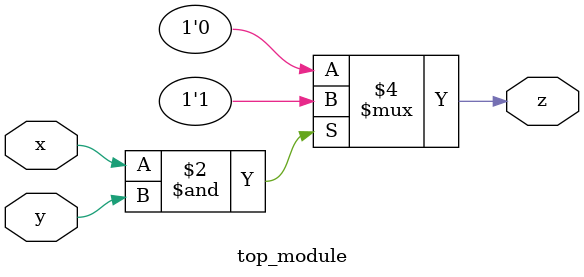
<source format=sv>
module top_module(
    input x,
    input y,
    output reg z);

    always @(*) begin
        if (x & y)
            z <= 1;
        else
            z <= 0;
    end

endmodule

</source>
